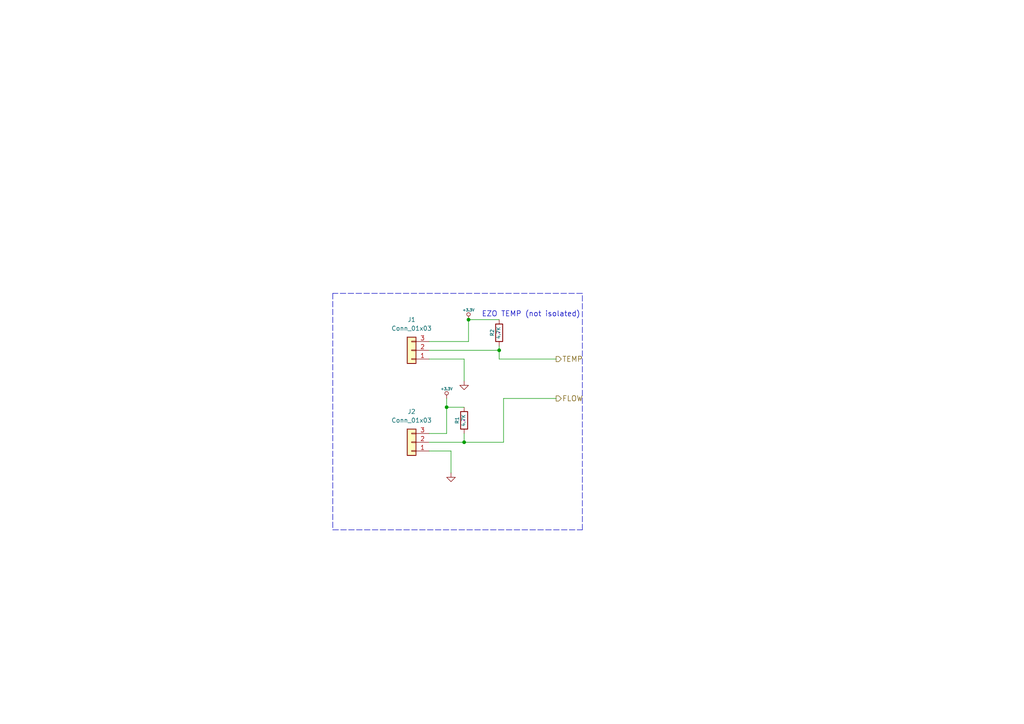
<source format=kicad_sch>
(kicad_sch (version 20211123) (generator eeschema)
  (paper "A4")
  (title_block (title "Tentacle for Raspberry Pi") (date "2016-11-04") (rev "00.04") (company "Whitebox Labs") (comment 1 "Dual isolation, I2C Bus Design") (comment 2 "Pedro Martin"))
  (lib_symbols
    (symbol "Connector_Generic:Conn_01x03" (pin_names (offset 1.016) hide)
      (property "Reference" "J" (at 0 5.08 0))
      (property "Value" "Conn_01x03" (at 0 -5.08 0))
      (symbol "Conn_01x03_1_1"
        (rectangle (start -1.27 -2.413) (end 0 -2.667) (stroke (width 0.1524)))
        (rectangle (start -1.27 0.127) (end 0 -0.127) (stroke (width 0.1524)))
        (rectangle (start -1.27 2.667) (end 0 2.413) (stroke (width 0.1524)))
        (rectangle (start -1.27 3.81) (end 1.27 -3.81) (stroke (width 0.254)) (fill (type background)))
        (pin passive line (at -5.08 2.54 0) (length 3.81) (name "Pin_1") (number "1"))
        (pin passive line (at -5.08 0 0) (length 3.81) (name "Pin_2") (number "2"))
        (pin passive line (at -5.08 -2.54 0) (length 3.81) (name "Pin_3") (number "3"))
      )
    )
    (symbol "tentacle-raspi:+3,3V" (power) (pin_names (offset 0))
      (property "Value" "+3,3V" (at 0 2.794 0))
      (symbol "+3,3V_0_0"
        (pin power_in line (at 0 0 90) (length 0) hide (name "+3.3V") (number "1"))
      )
      (symbol "+3,3V_0_1"
        (polyline (pts (xy 0 0) (xy 0 1.016) (xy 0 1.016)))
        (circle (center 0 1.524) (radius 0.508))
      )
    )
    (symbol "tentacle-raspi:GND" (power) (pin_names (offset 0))
      (property "Value" "GND" (at 0 -3.175 0))
      (symbol "GND_0_1"
        (polyline (pts (xy 0 0) (xy 0 -1.27) (xy 1.27 -1.27) (xy 0 -2.54) (xy -1.27 -1.27) (xy 0 -1.27)))
      )
      (symbol "GND_1_1"
        (pin power_in line (at 0 0 270) (length 0) hide (name "GND") (number "1"))
      )
    )
    (symbol "tentacle-raspi:R" (pin_numbers hide) (pin_names (offset 0))
      (property "Reference" "R" (at 2.032 0 90))
      (property "Value" "R" (at 0 0 90))
      (symbol "R_0_1"
        (rectangle (start -1.016 -2.54) (end 1.016 2.54) (stroke (width 0.254)))
      )
      (symbol "R_1_1"
        (pin passive line (at 0 3.81 270) (length 1.27) (name "~") (number "1"))
        (pin passive line (at 0 -3.81 90) (length 1.27) (name "~") (number "2"))
      )
    )
  )
  (junction (at 144.78 101.6))
  (junction (at 135.89 92.71))
  (junction (at 134.62 128.27))
  (junction (at 129.54 118.11))
  (wire (pts (xy 144.78 104.14) (xy 144.78 101.6)))
  (wire (pts (xy 124.46 101.6) (xy 144.78 101.6)))
  (wire (pts (xy 129.54 115.57) (xy 129.54 118.11)))
  (wire (pts (xy 129.54 118.11) (xy 134.62 118.11)))
  (wire (pts (xy 135.89 92.71) (xy 144.78 92.71)))
  (wire (pts (xy 129.54 125.73) (xy 129.54 118.11)))
  (wire (pts (xy 124.46 104.14) (xy 134.62 104.14)))
  (wire (pts (xy 134.62 128.27) (xy 146.05 128.27)))
  (wire (pts (xy 146.05 115.57) (xy 161.29 115.57)))
  (wire (pts (xy 161.29 104.14) (xy 144.78 104.14)))
  (polyline (pts (xy 168.91 153.67) (xy 168.91 85.09)))
  (wire (pts (xy 124.46 125.73) (xy 129.54 125.73)))
  (wire (pts (xy 124.46 128.27) (xy 134.62 128.27)))
  (wire (pts (xy 146.05 128.27) (xy 146.05 115.57)))
  (wire (pts (xy 144.78 101.6) (xy 144.78 100.33)))
  (polyline (pts (xy 96.52 153.67) (xy 168.91 153.67)))
  (wire (pts (xy 134.62 104.14) (xy 134.62 110.49)))
  (polyline (pts (xy 96.52 85.09) (xy 96.52 153.67)))
  (polyline (pts (xy 168.91 85.09) (xy 96.52 85.09)))
  (wire (pts (xy 124.46 99.06) (xy 135.89 99.06)))
  (wire (pts (xy 124.46 130.81) (xy 130.81 130.81)))
  (wire (pts (xy 135.89 99.06) (xy 135.89 92.71)))
  (wire (pts (xy 134.62 125.73) (xy 134.62 128.27)))
  (wire (pts (xy 130.81 130.81) (xy 130.81 137.16)))
  (text "EZO TEMP (not isolated)" (at 139.7 92.075 0) (effects (font (size 1.524 1.524)) (justify left bottom)))
  (hierarchical_label "FLOW" (shape output) (at 161.29 115.57 0) (effects (font (size 1.524 1.524))))
  (hierarchical_label "TEMP" (shape output) (at 161.29 104.14 0) (effects (font (size 1.524 1.524))))
  (symbol (lib_id "tentacle-raspi:+3,3V") (at 135.89 92.71 0) (unit 1)
    (property "Reference" "#PWR024" (effects hide))
    (property "Value" "+3,3V" (at 135.89 89.916 0) (effects (font (size 0.762 0.762))))
  )
  (symbol (lib_id "tentacle-raspi:GND") (at 134.62 110.49 0) (unit 1)
    (property "Reference" "#PWR025" (effects hide))
    (property "Value" "GND" (effects hide))
  )
  (symbol (lib_id "Connector_Generic:Conn_01x03") (at 119.38 128.27 180) (unit 1)
    (property "Reference" "J2" (at 119.38 119.38 0))
    (property "Value" "Conn_01x03" (at 119.38 121.92 0))
    (property "Footprint" "Connector_Phoenix_MC:PhoenixContact_MC_1,5_3-G-3.5_1x03_P3.50mm_Horizontal" (effects hide))
  )
  (symbol (lib_id "tentacle-raspi:R") (at 134.62 121.92 180) (unit 1)
    (property "Reference" "R1" (at 132.588 121.92 90) (effects (font (size 1.016 1.016))))
    (property "Value" "4.7K" (at 134.4422 121.9454 90) (effects (font (size 1.016 1.016))))
    (property "Footprint" "temp_terminal:WL-SM0805R" (effects hide))
    (property "Datasheet" "~" (at 134.62 121.92 0) (effects (font (size 0.762 0.762))))
  )
  (symbol (lib_id "tentacle-raspi:R") (at 144.78 96.52 180) (unit 1)
    (property "Reference" "R2" (at 142.748 96.52 90) (effects (font (size 1.016 1.016))))
    (property "Value" "4.7K" (at 144.6022 96.5454 90) (effects (font (size 1.016 1.016))))
    (property "Footprint" "temp_terminal:WL-SM0805R" (effects hide))
    (property "Datasheet" "~" (at 144.78 96.52 0) (effects (font (size 0.762 0.762))))
  )
  (symbol (lib_id "tentacle-raspi:+3,3V") (at 129.54 115.57 0) (unit 1)
    (property "Reference" "#PWR0101" (effects hide))
    (property "Value" "+3,3V" (at 129.54 112.776 0) (effects (font (size 0.762 0.762))))
  )
  (symbol (lib_id "tentacle-raspi:GND") (at 130.81 137.16 0) (unit 1)
    (property "Reference" "#PWR0102" (effects hide))
    (property "Value" "GND" (effects hide))
  )
  (symbol (lib_id "Connector_Generic:Conn_01x03") (at 119.38 101.6 180) (unit 1)
    (property "Reference" "J1" (at 119.38 92.71 0))
    (property "Value" "Conn_01x03" (at 119.38 95.25 0))
    (property "Footprint" "Connector_Phoenix_MC:PhoenixContact_MC_1,5_3-G-3.5_1x03_P3.50mm_Horizontal" (effects hide))
  )
)
</source>
